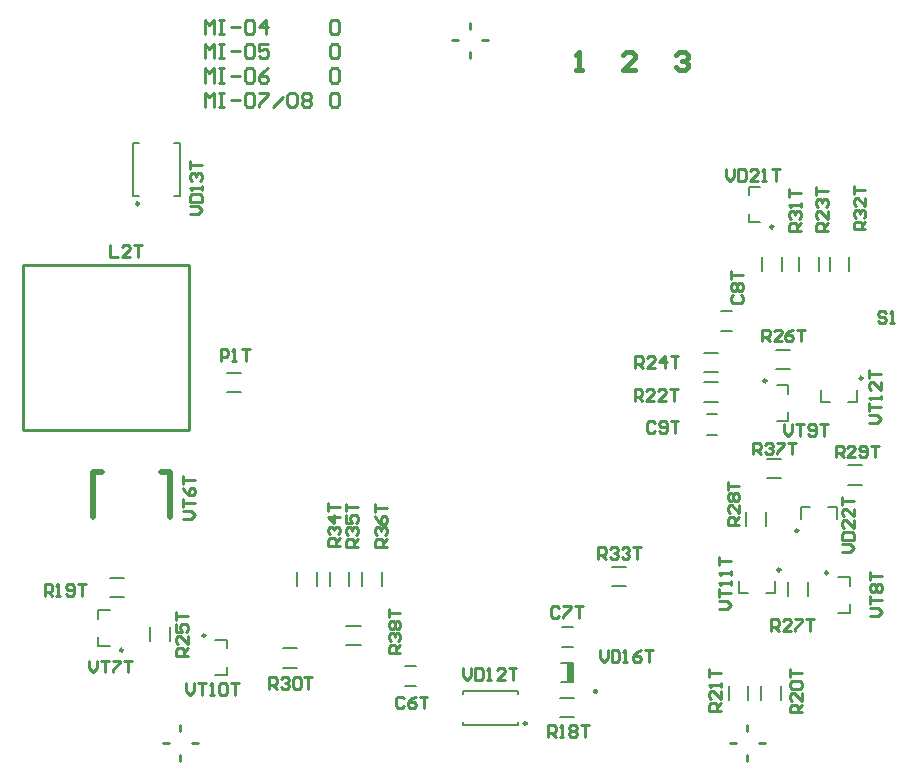
<source format=gto>
G04 Layer_Color=65535*
%FSLAX44Y44*%
%MOMM*%
G71*
G01*
G75*
%ADD29C,0.5000*%
%ADD53C,0.4000*%
%ADD54C,0.2500*%
%ADD55C,0.2540*%
%ADD56C,0.2000*%
%ADD57R,0.5500X1.6500*%
D29*
X-253750Y-113250D02*
X-253750Y-75750D01*
X-261250Y-75750D02*
X-253750Y-75750D01*
X-318750Y-75750D02*
X-311250D01*
X-318750D02*
X-318750Y-113250D01*
D53*
X175000Y277496D02*
X177499Y279995D01*
X182498D01*
X184997Y277496D01*
Y274997D01*
X182498Y272498D01*
X179998D01*
X182498D01*
X184997Y269998D01*
Y267499D01*
X182498Y265000D01*
X177499D01*
X175000Y267499D01*
X139997Y265000D02*
X130000D01*
X139997Y274997D01*
Y277496D01*
X137498Y279995D01*
X132499D01*
X130000Y277496D01*
X90000Y265000D02*
X94998D01*
X92499D01*
Y279995D01*
X90000Y277496D01*
D54*
X48250Y-288250D02*
G03*
X48250Y-288250I-1250J0D01*
G01*
X263000Y-158250D02*
G03*
X263000Y-158250I-1250J0D01*
G01*
X303250Y-160750D02*
G03*
X303250Y-160750I-1250J0D01*
G01*
X278000Y-125000D02*
G03*
X278000Y-125000I-1250J0D01*
G01*
X251250Y1750D02*
G03*
X251250Y1750I-1250J0D01*
G01*
X332500Y4000D02*
G03*
X332500Y4000I-1250J0D01*
G01*
X257000Y132250D02*
G03*
X257000Y132250I-1250J0D01*
G01*
X-280250Y151750D02*
G03*
X-280250Y151750I-1250J0D01*
G01*
X-293500Y-226250D02*
G03*
X-293500Y-226250I-1250J0D01*
G01*
X-224000Y-213750D02*
G03*
X-224000Y-213750I-1250J0D01*
G01*
D55*
X0Y300000D02*
Y305000D01*
X10000Y290000D02*
X15000D01*
X0Y275000D02*
Y280000D01*
X-15000Y290000D02*
X-10000D01*
X235000Y-295000D02*
Y-290000D01*
X245000Y-305000D02*
X250000D01*
X235000Y-320000D02*
Y-315000D01*
X220000Y-305000D02*
X225000D01*
X-260000D02*
X-255000D01*
X-245000Y-320000D02*
Y-315000D01*
X-235000Y-305000D02*
X-230000D01*
X-245000Y-295000D02*
Y-290000D01*
X-238000Y-39999D02*
Y100001D01*
X-378000D02*
X-238000D01*
X-378000Y-39999D02*
Y100001D01*
Y-39999D02*
X-238000D01*
X-224460Y295246D02*
Y307242D01*
X-220461Y303243D01*
X-216463Y307242D01*
Y295246D01*
X-212464Y307242D02*
X-208465D01*
X-210464D01*
Y295246D01*
X-212464D01*
X-208465D01*
X-202467Y301244D02*
X-194470D01*
X-190471Y305243D02*
X-188472Y307242D01*
X-184473D01*
X-182474Y305243D01*
Y297245D01*
X-184473Y295246D01*
X-188472D01*
X-190471Y297245D01*
Y305243D01*
X-172477Y295246D02*
Y307242D01*
X-178475Y301244D01*
X-170478D01*
X-112496Y307242D02*
X-116495D01*
X-118494Y305243D01*
Y297245D01*
X-116495Y295246D01*
X-112496D01*
X-110497Y297245D01*
Y305243D01*
X-112496Y307242D01*
X-224460Y274755D02*
Y286751D01*
X-220461Y282752D01*
X-216463Y286751D01*
Y274755D01*
X-212464Y286751D02*
X-208465D01*
X-210464D01*
Y274755D01*
X-212464D01*
X-208465D01*
X-202467Y280753D02*
X-194470D01*
X-190471Y284751D02*
X-188472Y286751D01*
X-184473D01*
X-182474Y284751D01*
Y276754D01*
X-184473Y274755D01*
X-188472D01*
X-190471Y276754D01*
Y284751D01*
X-170478Y286751D02*
X-178475D01*
Y280753D01*
X-174476Y282752D01*
X-172477D01*
X-170478Y280753D01*
Y276754D01*
X-172477Y274755D01*
X-176476D01*
X-178475Y276754D01*
X-112496Y286751D02*
X-116495D01*
X-118494Y284751D01*
Y276754D01*
X-116495Y274755D01*
X-112496D01*
X-110497Y276754D01*
Y284751D01*
X-112496Y286751D01*
X-224460Y254263D02*
Y266259D01*
X-220461Y262261D01*
X-216463Y266259D01*
Y254263D01*
X-212464Y266259D02*
X-208465D01*
X-210464D01*
Y254263D01*
X-212464D01*
X-208465D01*
X-202467Y260261D02*
X-194470D01*
X-190471Y264260D02*
X-188472Y266259D01*
X-184473D01*
X-182474Y264260D01*
Y256263D01*
X-184473Y254263D01*
X-188472D01*
X-190471Y256263D01*
Y264260D01*
X-170478Y266259D02*
X-174476Y264260D01*
X-178475Y260261D01*
Y256263D01*
X-176476Y254263D01*
X-172477D01*
X-170478Y256263D01*
Y258262D01*
X-172477Y260261D01*
X-178475D01*
X-112496Y266259D02*
X-116495D01*
X-118494Y264260D01*
Y256263D01*
X-116495Y254263D01*
X-112496D01*
X-110497Y256263D01*
Y264260D01*
X-112496Y266259D01*
X-224460Y233772D02*
Y245768D01*
X-220461Y241769D01*
X-216463Y245768D01*
Y233772D01*
X-212464Y245768D02*
X-208465D01*
X-210464D01*
Y233772D01*
X-212464D01*
X-208465D01*
X-202467Y239770D02*
X-194470D01*
X-190471Y243769D02*
X-188472Y245768D01*
X-184473D01*
X-182474Y243769D01*
Y235771D01*
X-184473Y233772D01*
X-188472D01*
X-190471Y235771D01*
Y243769D01*
X-178475Y245768D02*
X-170478D01*
Y243769D01*
X-178475Y235771D01*
Y233772D01*
X-166479D02*
X-158481Y241769D01*
X-154483Y243769D02*
X-152483Y245768D01*
X-148485D01*
X-146485Y243769D01*
Y235771D01*
X-148485Y233772D01*
X-152483D01*
X-154483Y235771D01*
Y243769D01*
X-142486D02*
X-140487Y245768D01*
X-136489D01*
X-134489Y243769D01*
Y241769D01*
X-136489Y239770D01*
X-134489Y237771D01*
Y235771D01*
X-136489Y233772D01*
X-140487D01*
X-142486Y235771D01*
Y237771D01*
X-140487Y239770D01*
X-142486Y241769D01*
Y243769D01*
X-140487Y239770D02*
X-136489D01*
X-112496Y245768D02*
X-116495D01*
X-118494Y243769D01*
Y235771D01*
X-116495Y233772D01*
X-112496D01*
X-110497Y235771D01*
Y243769D01*
X-112496Y245768D01*
X-211000Y19000D02*
Y28997D01*
X-206002D01*
X-204335Y27331D01*
Y23998D01*
X-206002Y22332D01*
X-211000D01*
X-201003Y19000D02*
X-197671D01*
X-199337D01*
Y28997D01*
X-201003Y27331D01*
X-192673Y28997D02*
X-186008D01*
X-189340D01*
Y19000D01*
X352415Y59331D02*
X350748Y60997D01*
X347416D01*
X345750Y59331D01*
Y57664D01*
X347416Y55998D01*
X350748D01*
X352415Y54332D01*
Y52666D01*
X350748Y51000D01*
X347416D01*
X345750Y52666D01*
X355747Y51000D02*
X359079D01*
X357413D01*
Y60997D01*
X355747Y59331D01*
X338003Y-34000D02*
X344668D01*
X348000Y-30668D01*
X344668Y-27336D01*
X338003D01*
Y-24003D02*
Y-17339D01*
Y-20671D01*
X348000D01*
Y-14006D02*
Y-10674D01*
Y-12340D01*
X338003D01*
X339669Y-14006D01*
X348000Y989D02*
Y-5676D01*
X341335Y989D01*
X339669D01*
X338003Y-677D01*
Y-4010D01*
X339669Y-5676D01*
X338003Y4321D02*
Y10985D01*
Y7653D01*
X348000D01*
X211003Y-191000D02*
X217668D01*
X221000Y-187668D01*
X217668Y-184335D01*
X211003D01*
Y-181003D02*
Y-174339D01*
Y-177671D01*
X221000D01*
Y-171006D02*
Y-167674D01*
Y-169340D01*
X211003D01*
X212669Y-171006D01*
X221000Y-162676D02*
Y-159344D01*
Y-161010D01*
X211003D01*
X212669Y-162676D01*
X211003Y-154345D02*
Y-147681D01*
Y-151013D01*
X221000D01*
X-240250Y-254253D02*
Y-260918D01*
X-236918Y-264250D01*
X-233585Y-260918D01*
Y-254253D01*
X-230253D02*
X-223589D01*
X-226921D01*
Y-264250D01*
X-220256D02*
X-216924D01*
X-218590D01*
Y-254253D01*
X-220256Y-255919D01*
X-211926D02*
X-210260Y-254253D01*
X-206927D01*
X-205261Y-255919D01*
Y-262584D01*
X-206927Y-264250D01*
X-210260D01*
X-211926Y-262584D01*
Y-255919D01*
X-201929Y-254253D02*
X-195264D01*
X-198597D01*
Y-264250D01*
X266250Y-34753D02*
Y-41418D01*
X269582Y-44750D01*
X272915Y-41418D01*
Y-34753D01*
X276247D02*
X282911D01*
X279579D01*
Y-44750D01*
X286243Y-43084D02*
X287910Y-44750D01*
X291242D01*
X292908Y-43084D01*
Y-36419D01*
X291242Y-34753D01*
X287910D01*
X286243Y-36419D01*
Y-38085D01*
X287910Y-39752D01*
X292908D01*
X296240Y-34753D02*
X302905D01*
X299573D01*
Y-44750D01*
X339003Y-197000D02*
X345668D01*
X349000Y-193668D01*
X345668Y-190336D01*
X339003D01*
Y-187003D02*
Y-180339D01*
Y-183671D01*
X349000D01*
X340669Y-177006D02*
X339003Y-175340D01*
Y-172008D01*
X340669Y-170342D01*
X342336D01*
X344002Y-172008D01*
X345668Y-170342D01*
X347334D01*
X349000Y-172008D01*
Y-175340D01*
X347334Y-177006D01*
X345668D01*
X344002Y-175340D01*
X342336Y-177006D01*
X340669D01*
X344002Y-175340D02*
Y-172008D01*
X339003Y-167010D02*
Y-160345D01*
Y-163677D01*
X349000D01*
X-322500Y-235003D02*
Y-241668D01*
X-319168Y-245000D01*
X-315835Y-241668D01*
Y-235003D01*
X-312503D02*
X-305839D01*
X-309171D01*
Y-245000D01*
X-302506Y-235003D02*
X-295842D01*
Y-236669D01*
X-302506Y-243334D01*
Y-245000D01*
X-292510Y-235003D02*
X-285845D01*
X-289177D01*
Y-245000D01*
X-242747Y-115250D02*
X-236082D01*
X-232750Y-111918D01*
X-236082Y-108586D01*
X-242747D01*
Y-105253D02*
Y-98589D01*
Y-101921D01*
X-232750D01*
X-242747Y-88592D02*
X-241081Y-91924D01*
X-237748Y-95257D01*
X-234416D01*
X-232750Y-93590D01*
Y-90258D01*
X-234416Y-88592D01*
X-236082D01*
X-237748Y-90258D01*
Y-95257D01*
X-242747Y-85260D02*
Y-78595D01*
Y-81927D01*
X-232750D01*
X315003Y-143000D02*
X321668D01*
X325000Y-139668D01*
X321668Y-136335D01*
X315003D01*
Y-133003D02*
X325000D01*
Y-128005D01*
X323334Y-126339D01*
X316669D01*
X315003Y-128005D01*
Y-133003D01*
X325000Y-116342D02*
Y-123006D01*
X318335Y-116342D01*
X316669D01*
X315003Y-118008D01*
Y-121340D01*
X316669Y-123006D01*
X325000Y-106345D02*
Y-113010D01*
X318335Y-106345D01*
X316669D01*
X315003Y-108011D01*
Y-111343D01*
X316669Y-113010D01*
X315003Y-103013D02*
Y-96348D01*
Y-99681D01*
X325000D01*
X217250Y180997D02*
Y174332D01*
X220582Y171000D01*
X223915Y174332D01*
Y180997D01*
X227247D02*
Y171000D01*
X232245D01*
X233911Y172666D01*
Y179331D01*
X232245Y180997D01*
X227247D01*
X243908Y171000D02*
X237244D01*
X243908Y177665D01*
Y179331D01*
X242242Y180997D01*
X238910D01*
X237244Y179331D01*
X247240Y171000D02*
X250573D01*
X248906D01*
Y180997D01*
X247240Y179331D01*
X255571Y180997D02*
X262236D01*
X258903D01*
Y171000D01*
X110000Y-226003D02*
Y-232668D01*
X113332Y-236000D01*
X116664Y-232668D01*
Y-226003D01*
X119997D02*
Y-236000D01*
X124995D01*
X126661Y-234334D01*
Y-227669D01*
X124995Y-226003D01*
X119997D01*
X129994Y-236000D02*
X133326D01*
X131660D01*
Y-226003D01*
X129994Y-227669D01*
X144989Y-226003D02*
X141657Y-227669D01*
X138324Y-231002D01*
Y-234334D01*
X139990Y-236000D01*
X143323D01*
X144989Y-234334D01*
Y-232668D01*
X143323Y-231002D01*
X138324D01*
X148321Y-226003D02*
X154986D01*
X151653D01*
Y-236000D01*
X-236997Y143000D02*
X-230332D01*
X-227000Y146332D01*
X-230332Y149664D01*
X-236997D01*
Y152997D02*
X-227000D01*
Y157995D01*
X-228666Y159661D01*
X-235331D01*
X-236997Y157995D01*
Y152997D01*
X-227000Y162994D02*
Y166326D01*
Y164660D01*
X-236997D01*
X-235331Y162994D01*
Y171324D02*
X-236997Y172990D01*
Y176323D01*
X-235331Y177989D01*
X-233664D01*
X-231998Y176323D01*
Y174656D01*
Y176323D01*
X-230332Y177989D01*
X-228666D01*
X-227000Y176323D01*
Y172990D01*
X-228666Y171324D01*
X-236997Y181321D02*
Y187985D01*
Y184653D01*
X-227000D01*
X-5500Y-241253D02*
Y-247918D01*
X-2168Y-251250D01*
X1164Y-247918D01*
Y-241253D01*
X4497D02*
Y-251250D01*
X9495D01*
X11161Y-249584D01*
Y-242919D01*
X9495Y-241253D01*
X4497D01*
X14494Y-251250D02*
X17826D01*
X16160D01*
Y-241253D01*
X14494Y-242919D01*
X29489Y-251250D02*
X22824D01*
X29489Y-244585D01*
Y-242919D01*
X27823Y-241253D01*
X24490D01*
X22824Y-242919D01*
X32821Y-241253D02*
X39485D01*
X36153D01*
Y-251250D01*
X-58750Y-228250D02*
X-68747D01*
Y-223252D01*
X-67081Y-221586D01*
X-63748D01*
X-62082Y-223252D01*
Y-228250D01*
Y-224918D02*
X-58750Y-221586D01*
X-67081Y-218253D02*
X-68747Y-216587D01*
Y-213255D01*
X-67081Y-211589D01*
X-65415D01*
X-63748Y-213255D01*
Y-214921D01*
Y-213255D01*
X-62082Y-211589D01*
X-60416D01*
X-58750Y-213255D01*
Y-216587D01*
X-60416Y-218253D01*
X-67081Y-208256D02*
X-68747Y-206590D01*
Y-203258D01*
X-67081Y-201592D01*
X-65415D01*
X-63748Y-203258D01*
X-62082Y-201592D01*
X-60416D01*
X-58750Y-203258D01*
Y-206590D01*
X-60416Y-208256D01*
X-62082D01*
X-63748Y-206590D01*
X-65415Y-208256D01*
X-67081D01*
X-63748Y-206590D02*
Y-203258D01*
X-68747Y-198260D02*
Y-191595D01*
Y-194927D01*
X-58750D01*
X239750Y-60500D02*
Y-50503D01*
X244748D01*
X246415Y-52169D01*
Y-55502D01*
X244748Y-57168D01*
X239750D01*
X243082D02*
X246415Y-60500D01*
X249747Y-52169D02*
X251413Y-50503D01*
X254745D01*
X256411Y-52169D01*
Y-53836D01*
X254745Y-55502D01*
X253079D01*
X254745D01*
X256411Y-57168D01*
Y-58834D01*
X254745Y-60500D01*
X251413D01*
X249747Y-58834D01*
X259743Y-50503D02*
X266408D01*
Y-52169D01*
X259743Y-58834D01*
Y-60500D01*
X269740Y-50503D02*
X276405D01*
X273073D01*
Y-60500D01*
X-70000Y-139000D02*
X-79997D01*
Y-134002D01*
X-78331Y-132336D01*
X-74998D01*
X-73332Y-134002D01*
Y-139000D01*
Y-135668D02*
X-70000Y-132336D01*
X-78331Y-129003D02*
X-79997Y-127337D01*
Y-124005D01*
X-78331Y-122339D01*
X-76665D01*
X-74998Y-124005D01*
Y-125671D01*
Y-124005D01*
X-73332Y-122339D01*
X-71666D01*
X-70000Y-124005D01*
Y-127337D01*
X-71666Y-129003D01*
X-79997Y-112342D02*
X-78331Y-115674D01*
X-74998Y-119006D01*
X-71666D01*
X-70000Y-117340D01*
Y-114008D01*
X-71666Y-112342D01*
X-73332D01*
X-74998Y-114008D01*
Y-119006D01*
X-79997Y-109010D02*
Y-102345D01*
Y-105677D01*
X-70000D01*
X-95000Y-138750D02*
X-104997D01*
Y-133752D01*
X-103331Y-132086D01*
X-99998D01*
X-98332Y-133752D01*
Y-138750D01*
Y-135418D02*
X-95000Y-132086D01*
X-103331Y-128753D02*
X-104997Y-127087D01*
Y-123755D01*
X-103331Y-122089D01*
X-101664D01*
X-99998Y-123755D01*
Y-125421D01*
Y-123755D01*
X-98332Y-122089D01*
X-96666D01*
X-95000Y-123755D01*
Y-127087D01*
X-96666Y-128753D01*
X-104997Y-112092D02*
Y-118756D01*
X-99998D01*
X-101664Y-115424D01*
Y-113758D01*
X-99998Y-112092D01*
X-96666D01*
X-95000Y-113758D01*
Y-117090D01*
X-96666Y-118756D01*
X-104997Y-108760D02*
Y-102095D01*
Y-105427D01*
X-95000D01*
X-110000Y-138250D02*
X-119997D01*
Y-133252D01*
X-118331Y-131586D01*
X-114998D01*
X-113332Y-133252D01*
Y-138250D01*
Y-134918D02*
X-110000Y-131586D01*
X-118331Y-128253D02*
X-119997Y-126587D01*
Y-123255D01*
X-118331Y-121589D01*
X-116664D01*
X-114998Y-123255D01*
Y-124921D01*
Y-123255D01*
X-113332Y-121589D01*
X-111666D01*
X-110000Y-123255D01*
Y-126587D01*
X-111666Y-128253D01*
X-110000Y-113258D02*
X-119997D01*
X-114998Y-118256D01*
Y-111592D01*
X-119997Y-108260D02*
Y-101595D01*
Y-104927D01*
X-110000D01*
X108500Y-149000D02*
Y-139003D01*
X113498D01*
X115164Y-140669D01*
Y-144002D01*
X113498Y-145668D01*
X108500D01*
X111832D02*
X115164Y-149000D01*
X118497Y-140669D02*
X120163Y-139003D01*
X123495D01*
X125161Y-140669D01*
Y-142336D01*
X123495Y-144002D01*
X121829D01*
X123495D01*
X125161Y-145668D01*
Y-147334D01*
X123495Y-149000D01*
X120163D01*
X118497Y-147334D01*
X128494Y-140669D02*
X130160Y-139003D01*
X133492D01*
X135158Y-140669D01*
Y-142336D01*
X133492Y-144002D01*
X131826D01*
X133492D01*
X135158Y-145668D01*
Y-147334D01*
X133492Y-149000D01*
X130160D01*
X128494Y-147334D01*
X138490Y-139003D02*
X145155D01*
X141823D01*
Y-149000D01*
X335000Y130000D02*
X325003D01*
Y134998D01*
X326669Y136664D01*
X330002D01*
X331668Y134998D01*
Y130000D01*
Y133332D02*
X335000Y136664D01*
X326669Y139997D02*
X325003Y141663D01*
Y144995D01*
X326669Y146661D01*
X328335D01*
X330002Y144995D01*
Y143329D01*
Y144995D01*
X331668Y146661D01*
X333334D01*
X335000Y144995D01*
Y141663D01*
X333334Y139997D01*
X335000Y156658D02*
Y149994D01*
X328335Y156658D01*
X326669D01*
X325003Y154992D01*
Y151660D01*
X326669Y149994D01*
X325003Y159990D02*
Y166655D01*
Y163323D01*
X335000D01*
X280000Y129000D02*
X270003D01*
Y133998D01*
X271669Y135665D01*
X275002D01*
X276668Y133998D01*
Y129000D01*
Y132332D02*
X280000Y135665D01*
X271669Y138997D02*
X270003Y140663D01*
Y143995D01*
X271669Y145661D01*
X273335D01*
X275002Y143995D01*
Y142329D01*
Y143995D01*
X276668Y145661D01*
X278334D01*
X280000Y143995D01*
Y140663D01*
X278334Y138997D01*
X280000Y148994D02*
Y152326D01*
Y150660D01*
X270003D01*
X271669Y148994D01*
X270003Y157324D02*
Y163989D01*
Y160656D01*
X280000D01*
X-170000Y-259000D02*
Y-249003D01*
X-165002D01*
X-163335Y-250669D01*
Y-254002D01*
X-165002Y-255668D01*
X-170000D01*
X-166668D02*
X-163335Y-259000D01*
X-160003Y-250669D02*
X-158337Y-249003D01*
X-155005D01*
X-153339Y-250669D01*
Y-252335D01*
X-155005Y-254002D01*
X-156671D01*
X-155005D01*
X-153339Y-255668D01*
Y-257334D01*
X-155005Y-259000D01*
X-158337D01*
X-160003Y-257334D01*
X-150006Y-250669D02*
X-148340Y-249003D01*
X-145008D01*
X-143342Y-250669D01*
Y-257334D01*
X-145008Y-259000D01*
X-148340D01*
X-150006Y-257334D01*
Y-250669D01*
X-140010Y-249003D02*
X-133345D01*
X-136677D01*
Y-259000D01*
X309750Y-63000D02*
Y-53003D01*
X314748D01*
X316415Y-54669D01*
Y-58002D01*
X314748Y-59668D01*
X309750D01*
X313082D02*
X316415Y-63000D01*
X326411D02*
X319747D01*
X326411Y-56336D01*
Y-54669D01*
X324745Y-53003D01*
X321413D01*
X319747Y-54669D01*
X329744Y-61334D02*
X331410Y-63000D01*
X334742D01*
X336408Y-61334D01*
Y-54669D01*
X334742Y-53003D01*
X331410D01*
X329744Y-54669D01*
Y-56336D01*
X331410Y-58002D01*
X336408D01*
X339740Y-53003D02*
X346405D01*
X343073D01*
Y-63000D01*
X228250Y-120250D02*
X218253D01*
Y-115252D01*
X219919Y-113586D01*
X223252D01*
X224918Y-115252D01*
Y-120250D01*
Y-116918D02*
X228250Y-113586D01*
Y-103589D02*
Y-110253D01*
X221586Y-103589D01*
X219919D01*
X218253Y-105255D01*
Y-108587D01*
X219919Y-110253D01*
Y-100256D02*
X218253Y-98590D01*
Y-95258D01*
X219919Y-93592D01*
X221586D01*
X223252Y-95258D01*
X224918Y-93592D01*
X226584D01*
X228250Y-95258D01*
Y-98590D01*
X226584Y-100256D01*
X224918D01*
X223252Y-98590D01*
X221586Y-100256D01*
X219919D01*
X223252Y-98590D02*
Y-95258D01*
X218253Y-90260D02*
Y-83595D01*
Y-86927D01*
X228250D01*
X255000Y-210000D02*
Y-200003D01*
X259998D01*
X261665Y-201669D01*
Y-205002D01*
X259998Y-206668D01*
X255000D01*
X258332D02*
X261665Y-210000D01*
X271661D02*
X264997D01*
X271661Y-203335D01*
Y-201669D01*
X269995Y-200003D01*
X266663D01*
X264997Y-201669D01*
X274994Y-200003D02*
X281658D01*
Y-201669D01*
X274994Y-208334D01*
Y-210000D01*
X284990Y-200003D02*
X291655D01*
X288323D01*
Y-210000D01*
X247250Y35250D02*
Y45247D01*
X252248D01*
X253915Y43581D01*
Y40248D01*
X252248Y38582D01*
X247250D01*
X250582D02*
X253915Y35250D01*
X263911D02*
X257247D01*
X263911Y41915D01*
Y43581D01*
X262245Y45247D01*
X258913D01*
X257247Y43581D01*
X273908Y45247D02*
X270576Y43581D01*
X267244Y40248D01*
Y36916D01*
X268910Y35250D01*
X272242D01*
X273908Y36916D01*
Y38582D01*
X272242Y40248D01*
X267244D01*
X277240Y45247D02*
X283905D01*
X280573D01*
Y35250D01*
X-239000Y-231000D02*
X-248997D01*
Y-226002D01*
X-247331Y-224335D01*
X-243998D01*
X-242332Y-226002D01*
Y-231000D01*
Y-227668D02*
X-239000Y-224335D01*
Y-214339D02*
Y-221003D01*
X-245665Y-214339D01*
X-247331D01*
X-248997Y-216005D01*
Y-219337D01*
X-247331Y-221003D01*
X-248997Y-204342D02*
Y-211006D01*
X-243998D01*
X-245665Y-207674D01*
Y-206008D01*
X-243998Y-204342D01*
X-240666D01*
X-239000Y-206008D01*
Y-209340D01*
X-240666Y-211006D01*
X-248997Y-201010D02*
Y-194345D01*
Y-197677D01*
X-239000D01*
X140000Y12500D02*
Y22497D01*
X144998D01*
X146664Y20831D01*
Y17498D01*
X144998Y15832D01*
X140000D01*
X143332D02*
X146664Y12500D01*
X156661D02*
X149997D01*
X156661Y19165D01*
Y20831D01*
X154995Y22497D01*
X151663D01*
X149997Y20831D01*
X164992Y12500D02*
Y22497D01*
X159994Y17498D01*
X166658D01*
X169990Y22497D02*
X176655D01*
X173323D01*
Y12500D01*
X303000Y129000D02*
X293003D01*
Y133998D01*
X294669Y135665D01*
X298002D01*
X299668Y133998D01*
Y129000D01*
Y132332D02*
X303000Y135665D01*
Y145661D02*
Y138997D01*
X296336Y145661D01*
X294669D01*
X293003Y143995D01*
Y140663D01*
X294669Y138997D01*
Y148994D02*
X293003Y150660D01*
Y153992D01*
X294669Y155658D01*
X296336D01*
X298002Y153992D01*
Y152326D01*
Y153992D01*
X299668Y155658D01*
X301334D01*
X303000Y153992D01*
Y150660D01*
X301334Y148994D01*
X293003Y158990D02*
Y165655D01*
Y162323D01*
X303000D01*
X139500Y-15000D02*
Y-5003D01*
X144498D01*
X146165Y-6669D01*
Y-10002D01*
X144498Y-11668D01*
X139500D01*
X142832D02*
X146165Y-15000D01*
X156161D02*
X149497D01*
X156161Y-8335D01*
Y-6669D01*
X154495Y-5003D01*
X151163D01*
X149497Y-6669D01*
X166158Y-15000D02*
X159494D01*
X166158Y-8335D01*
Y-6669D01*
X164492Y-5003D01*
X161160D01*
X159494Y-6669D01*
X169490Y-5003D02*
X176155D01*
X172823D01*
Y-15000D01*
X212500Y-277500D02*
X202503D01*
Y-272502D01*
X204169Y-270835D01*
X207502D01*
X209168Y-272502D01*
Y-277500D01*
Y-274168D02*
X212500Y-270835D01*
Y-260839D02*
Y-267503D01*
X205835Y-260839D01*
X204169D01*
X202503Y-262505D01*
Y-265837D01*
X204169Y-267503D01*
X212500Y-257506D02*
Y-254174D01*
Y-255840D01*
X202503D01*
X204169Y-257506D01*
X202503Y-249176D02*
Y-242511D01*
Y-245844D01*
X212500D01*
X281000Y-279000D02*
X271003D01*
Y-274002D01*
X272669Y-272335D01*
X276002D01*
X277668Y-274002D01*
Y-279000D01*
Y-275668D02*
X281000Y-272335D01*
Y-262339D02*
Y-269003D01*
X274335Y-262339D01*
X272669D01*
X271003Y-264005D01*
Y-267337D01*
X272669Y-269003D01*
Y-259006D02*
X271003Y-257340D01*
Y-254008D01*
X272669Y-252342D01*
X279334D01*
X281000Y-254008D01*
Y-257340D01*
X279334Y-259006D01*
X272669D01*
X271003Y-249010D02*
Y-242345D01*
Y-245677D01*
X281000D01*
X-360000Y-180000D02*
Y-170003D01*
X-355002D01*
X-353335Y-171669D01*
Y-175002D01*
X-355002Y-176668D01*
X-360000D01*
X-356668D02*
X-353335Y-180000D01*
X-350003D02*
X-346671D01*
X-348337D01*
Y-170003D01*
X-350003Y-171669D01*
X-341673Y-178334D02*
X-340006Y-180000D01*
X-336674D01*
X-335008Y-178334D01*
Y-171669D01*
X-336674Y-170003D01*
X-340006D01*
X-341673Y-171669D01*
Y-173335D01*
X-340006Y-175002D01*
X-335008D01*
X-331676Y-170003D02*
X-325011D01*
X-328344D01*
Y-180000D01*
X66000Y-300000D02*
Y-290003D01*
X70998D01*
X72664Y-291669D01*
Y-295002D01*
X70998Y-296668D01*
X66000D01*
X69332D02*
X72664Y-300000D01*
X75997D02*
X79329D01*
X77663D01*
Y-290003D01*
X75997Y-291669D01*
X84327D02*
X85994Y-290003D01*
X89326D01*
X90992Y-291669D01*
Y-293335D01*
X89326Y-295002D01*
X90992Y-296668D01*
Y-298334D01*
X89326Y-300000D01*
X85994D01*
X84327Y-298334D01*
Y-296668D01*
X85994Y-295002D01*
X84327Y-293335D01*
Y-291669D01*
X85994Y-295002D02*
X89326D01*
X94324Y-290003D02*
X100989D01*
X97656D01*
Y-300000D01*
X-304500Y116747D02*
Y106750D01*
X-297836D01*
X-287839D02*
X-294503D01*
X-287839Y113414D01*
Y115081D01*
X-289505Y116747D01*
X-292837D01*
X-294503Y115081D01*
X-284506Y116747D02*
X-277842D01*
X-281174D01*
Y106750D01*
X156664Y-34169D02*
X154998Y-32503D01*
X151666D01*
X150000Y-34169D01*
Y-40834D01*
X151666Y-42500D01*
X154998D01*
X156664Y-40834D01*
X159997D02*
X161663Y-42500D01*
X164995D01*
X166661Y-40834D01*
Y-34169D01*
X164995Y-32503D01*
X161663D01*
X159997Y-34169D01*
Y-35835D01*
X161663Y-37502D01*
X166661D01*
X169994Y-32503D02*
X176658D01*
X173326D01*
Y-42500D01*
X223169Y74415D02*
X221503Y72748D01*
Y69416D01*
X223169Y67750D01*
X229834D01*
X231500Y69416D01*
Y72748D01*
X229834Y74415D01*
X223169Y77747D02*
X221503Y79413D01*
Y82745D01*
X223169Y84411D01*
X224835D01*
X226502Y82745D01*
X228168Y84411D01*
X229834D01*
X231500Y82745D01*
Y79413D01*
X229834Y77747D01*
X228168D01*
X226502Y79413D01*
X224835Y77747D01*
X223169D01*
X226502Y79413D02*
Y82745D01*
X221503Y87744D02*
Y94408D01*
Y91076D01*
X231500D01*
X75665Y-190669D02*
X73998Y-189003D01*
X70666D01*
X69000Y-190669D01*
Y-197334D01*
X70666Y-199000D01*
X73998D01*
X75665Y-197334D01*
X78997Y-189003D02*
X85661D01*
Y-190669D01*
X78997Y-197334D01*
Y-199000D01*
X88994Y-189003D02*
X95658D01*
X92326D01*
Y-199000D01*
X-55835Y-267169D02*
X-57502Y-265503D01*
X-60834D01*
X-62500Y-267169D01*
Y-273834D01*
X-60834Y-275500D01*
X-57502D01*
X-55835Y-273834D01*
X-45839Y-265503D02*
X-49171Y-267169D01*
X-52503Y-270502D01*
Y-273834D01*
X-50837Y-275500D01*
X-47505D01*
X-45839Y-273834D01*
Y-272168D01*
X-47505Y-270502D01*
X-52503D01*
X-42506Y-265503D02*
X-35842D01*
X-39174D01*
Y-275500D01*
X105360Y-260240D02*
X107026D01*
Y-261906D01*
X105360D01*
Y-260240D01*
D56*
X-205500Y-7750D02*
X-193500D01*
X-205500Y8750D02*
X-193500D01*
X76500Y-266750D02*
X88500D01*
X76500Y-283250D02*
X88500D01*
X-5500Y-263250D02*
Y-260500D01*
X40500Y-260500D02*
X40500Y-263250D01*
X-5500Y-286750D02*
X-5500Y-289500D01*
X40500Y-286750D02*
X40500Y-289500D01*
X-5500Y-260500D02*
X40500Y-260500D01*
X-5500Y-289500D02*
X40500Y-289500D01*
X77500Y-253250D02*
X87500D01*
X77500Y-236750D02*
X87500Y-236750D01*
Y-253250D02*
Y-236750D01*
X78000Y-223750D02*
X87000D01*
X78000Y-206250D02*
X87000D01*
X263250Y-268500D02*
Y-256500D01*
X246750Y-268500D02*
Y-256500D01*
X235750Y-268500D02*
Y-256500D01*
X219250Y-268500D02*
Y-256500D01*
X286250Y-180500D02*
Y-168500D01*
X269750Y-180500D02*
Y-168500D01*
X258000Y-178000D02*
Y-168000D01*
X250750Y-178000D02*
X258000D01*
X228000D02*
Y-168000D01*
Y-178000D02*
X235250D01*
X311750Y-164500D02*
X321750D01*
Y-171750D02*
Y-164500D01*
X311750Y-194500D02*
X321750Y-194500D01*
Y-187250D01*
X250750Y-121000D02*
Y-109000D01*
X234250Y-121000D02*
Y-109000D01*
X120000Y-155750D02*
X132000D01*
X120000Y-172250D02*
X132000D01*
X280500Y-115250D02*
Y-105250D01*
X287750D01*
X310500Y-115250D02*
Y-105250D01*
X303250D02*
X310500D01*
X200500Y-43750D02*
X209500D01*
X200500Y-26250D02*
X209500D01*
X251500Y-80750D02*
X263500D01*
X251500Y-64250D02*
X263500D01*
X198500Y-15750D02*
X210500D01*
X198500Y750D02*
X210500D01*
X198500Y9250D02*
X210500D01*
X198500Y25750D02*
X210500D01*
X259750Y-2000D02*
X269750D01*
Y-9250D02*
Y-2000D01*
X259750Y-32000D02*
X269750D01*
Y-24750D01*
X259000Y11750D02*
X271000D01*
X259000Y28250D02*
X271000D01*
X320000Y-86250D02*
X332000Y-86250D01*
X320000Y-69750D02*
X332000Y-69750D01*
X327500Y-15750D02*
X327500Y-5750D01*
X320250Y-15750D02*
X327500Y-15750D01*
X297500Y-15750D02*
X297500Y-5750D01*
X297500Y-15750D02*
X304750D01*
X321250Y95000D02*
Y107000D01*
X304750Y95000D02*
Y107000D01*
X295250D02*
X295250Y95000D01*
X278750Y107000D02*
X278750Y95000D01*
X213000Y61250D02*
X222000Y61250D01*
X213000Y43750D02*
X222000Y43750D01*
X236000Y136000D02*
X246000D01*
X236000Y143250D02*
X236000Y136000D01*
X236000Y166000D02*
X246000Y166000D01*
X236000Y158750D02*
X236000Y166000D01*
X264250Y95000D02*
Y107000D01*
X247750Y95000D02*
Y107000D01*
X-284750Y158250D02*
X-284750Y203250D01*
X-245750D02*
X-245750Y158250D01*
X-284750Y158250D02*
X-280000D01*
X-284750Y203250D02*
X-280000Y203250D01*
X-250500Y158250D02*
X-245750Y158250D01*
X-250500Y203250D02*
X-245750Y203250D01*
X-129750Y-172000D02*
Y-160000D01*
X-146250Y-172000D02*
Y-160000D01*
X-74750Y-172000D02*
Y-160000D01*
X-91250Y-172000D02*
Y-160000D01*
X-102250Y-172000D02*
Y-160000D01*
X-118750Y-172000D02*
Y-160000D01*
X-104500Y-205750D02*
X-92500Y-205750D01*
X-104500Y-222250D02*
X-92500Y-222250D01*
X-54500Y-256750D02*
X-45500Y-256750D01*
X-54500Y-239250D02*
X-45500Y-239250D01*
X-305000Y-164750D02*
X-293000Y-164750D01*
X-305000Y-181250D02*
X-293000Y-181250D01*
X-314500Y-222500D02*
X-304500Y-222500D01*
X-314500Y-222500D02*
Y-215250D01*
X-314500Y-192500D02*
X-304500Y-192500D01*
X-314500Y-199750D02*
X-314500Y-192500D01*
X-254250Y-206500D02*
X-254250Y-218500D01*
X-270750Y-206500D02*
X-270750Y-218500D01*
X-215500Y-217500D02*
X-205500D01*
X-205500Y-224750D01*
X-215500Y-247500D02*
X-205500Y-247500D01*
X-205500Y-240250D01*
X-158000Y-224750D02*
X-146000Y-224750D01*
X-158000Y-241250D02*
X-146000Y-241250D01*
D57*
X84750Y-244998D02*
D03*
M02*

</source>
